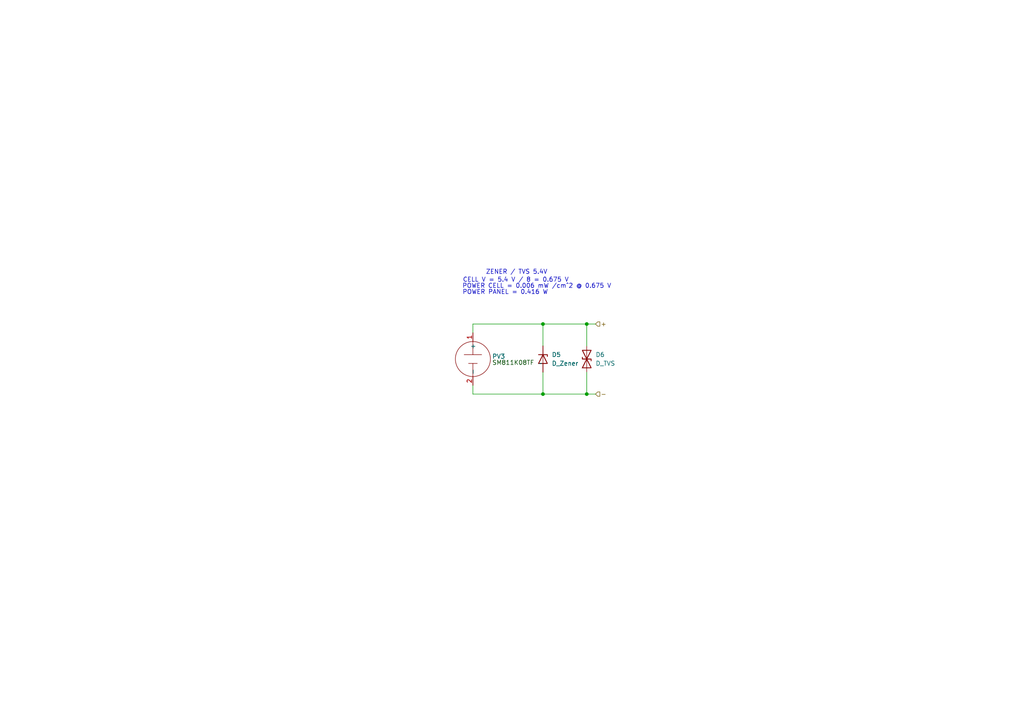
<source format=kicad_sch>
(kicad_sch (version 20231120) (generator "eeschema") (generator_version "8.0")
  (paper "A4")
  (lib_symbols
    (symbol "CUBESAT:SM811K08TF"
      (property "Reference" "PV" (at 6.858 0.762 0))
      (symbol "SM811K08TF_0_1"
        (circle (center 0 0) (radius 5.08))
      )
      (symbol "SM811K08TF_1_0"
        (pin power_out line (at 0 7.62 270) (length 2.54) (name "+") (number "1"))
        (pin power_out line (at 0 -7.62 90) (length 2.54) (name "-") (number "2"))
      )
      (symbol "SM811K08TF_1_1"
        (polyline (pts (xy -2.54 1.27) (xy 2.54 1.27)))
        (polyline (pts (xy -1.27 -1.27) (xy 1.27 -1.27)))
        (polyline (pts (xy 0 -5.08) (xy 0 -1.27)))
        (polyline (pts (xy 0 1.27) (xy 0 5.08)))
        (text "SM811K08TF" (at 11.684 -1.016 0) (effects (font (size 1.27 1.27))))
      )
    )
    (symbol "Device:D_TVS" (pin_numbers hide) (pin_names (offset 1.016) hide)
      (property "Reference" "D" (at 0 2.54 0))
      (property "Value" "D_TVS" (at 0 -2.54 0))
      (symbol "D_TVS_0_1"
        (polyline (pts (xy 1.27 0) (xy -1.27 0)))
        (polyline (pts (xy 0.508 1.27) (xy 0 1.27) (xy 0 -1.27) (xy -0.508 -1.27)) (stroke (width 0.254)))
        (polyline (pts (xy -2.54 1.27) (xy -2.54 -1.27) (xy 2.54 1.27) (xy 2.54 -1.27) (xy -2.54 1.27)) (stroke (width 0.254)))
      )
      (symbol "D_TVS_1_1"
        (pin passive line (at -3.81 0 0) (length 2.54) (name "A1") (number "1"))
        (pin passive line (at 3.81 0 180) (length 2.54) (name "A2") (number "2"))
      )
    )
    (symbol "Device:D_Zener" (pin_numbers hide) (pin_names (offset 1.016) hide)
      (property "Reference" "D" (at 0 2.54 0))
      (property "Value" "D_Zener" (at 0 -2.54 0))
      (symbol "D_Zener_0_1"
        (polyline (pts (xy 1.27 0) (xy -1.27 0)))
        (polyline (pts (xy -1.27 -1.27) (xy -1.27 1.27) (xy -0.762 1.27)) (stroke (width 0.254)))
        (polyline (pts (xy 1.27 -1.27) (xy 1.27 1.27) (xy -1.27 0) (xy 1.27 -1.27)) (stroke (width 0.254)))
      )
      (symbol "D_Zener_1_1"
        (pin passive line (at -3.81 0 0) (length 2.54) (name "K") (number "1"))
        (pin passive line (at 3.81 0 180) (length 2.54) (name "A") (number "2"))
      )
    )
  )
  (junction (at 170.18 114.3))
  (junction (at 157.48 114.3))
  (junction (at 170.18 93.98))
  (junction (at 157.48 93.98))
  (wire (pts (xy 157.48 93.98) (xy 170.18 93.98)))
  (wire (pts (xy 137.16 114.3) (xy 157.48 114.3)))
  (wire (pts (xy 157.48 114.3) (xy 170.18 114.3)))
  (wire (pts (xy 137.16 111.76) (xy 137.16 114.3)))
  (wire (pts (xy 170.18 114.3) (xy 172.72 114.3)))
  (wire (pts (xy 170.18 93.98) (xy 170.18 100.33)))
  (wire (pts (xy 170.18 114.3) (xy 170.18 107.95)))
  (wire (pts (xy 157.48 114.3) (xy 157.48 107.95)))
  (wire (pts (xy 137.16 93.98) (xy 157.48 93.98)))
  (wire (pts (xy 137.16 96.52) (xy 137.16 93.98)))
  (wire (pts (xy 170.18 93.98) (xy 172.72 93.98)))
  (wire (pts (xy 157.48 93.98) (xy 157.48 100.33)))
  (text "ZENER / TVS 5.4V" (at 149.86 78.994 0) (effects (font (size 1.27 1.27))))
  (text "POWER PANEL = 0.416 W" (at 146.558 84.836 0) (effects (font (size 1.27 1.27))))
  (text "CELL V = 5.4 V / 8 = 0.675 V" (at 149.606 81.28 0) (effects (font (size 1.27 1.27))))
  (text "POWER CELL = 0.006 mW /cm^2 @ 0.675 V" (at 155.702 83.058 0) (effects (font (size 1.27 1.27))))
  (hierarchical_label "-" (shape input) (at 172.72 114.3 0))
  (hierarchical_label "+" (shape input) (at 172.72 93.98 0))
  (symbol (lib_id "CUBESAT:SM811K08TF") (at 137.16 104.14 0) (unit 1)
    (property "Reference" "PV3" (at 142.748 103.378 0) (effects (justify left)))
    (property "Value" "~" (at 156.21 105.41 0) (effects (justify left)))
    (instances (project "bus" (path "" (reference "PV3") (unit 1)) (path "" (reference "PV2") (unit 1)) (path "" (reference "PV1") (unit 1))))
  )
  (symbol (lib_id "Device:D_TVS") (at 170.18 104.14 90) (unit 1)
    (property "Reference" "D6" (at 172.72 102.8699 90) (effects (justify right)))
    (property "Value" "D_TVS" (at 172.72 105.4099 90) (effects (justify right)))
    (property "Description" "Bidirectional transient-voltage-suppression diode" (effects (hide yes)))
    (instances (project "bus" (path "" (reference "D6") (unit 1)) (path "" (reference "D4") (unit 1)) (path "" (reference "D2") (unit 1))))
  )
  (symbol (lib_id "Device:D_Zener") (at 157.48 104.14 270) (unit 1)
    (property "Reference" "D5" (at 160.02 102.8699 90) (effects (justify left)))
    (property "Value" "D_Zener" (at 160.02 105.4099 90) (effects (justify left)))
    (property "Description" "Zener diode" (effects (hide yes)))
    (instances (project "bus" (path "" (reference "D5") (unit 1)) (path "" (reference "D3") (unit 1)) (path "" (reference "D1") (unit 1))))
  )
)
</source>
